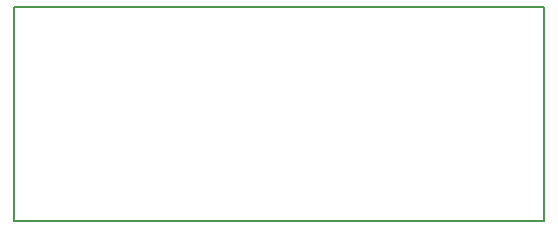
<source format=gbr>
%TF.GenerationSoftware,Altium Limited,Altium Designer,21.4.1 (30)*%
G04 Layer_Color=417716*
%FSLAX45Y45*%
%MOMM*%
%TF.SameCoordinates,CCA80653-F6CA-46C6-945C-E97865854BA3*%
%TF.FilePolarity,Positive*%
%TF.FileFunction,Other,Bottom_Courtyard*%
%TF.Part,Single*%
G01*
G75*
%TA.AperFunction,NonConductor*%
%ADD56C,0.20000*%
D56*
X-416560Y-147320D02*
X4064000D01*
Y1671320D01*
X-416560D02*
X4064000D01*
X-416560Y-147320D02*
Y1671320D01*
%TF.MD5,2993a37a275ce06ecbbc299d1b53cdf2*%
M02*

</source>
